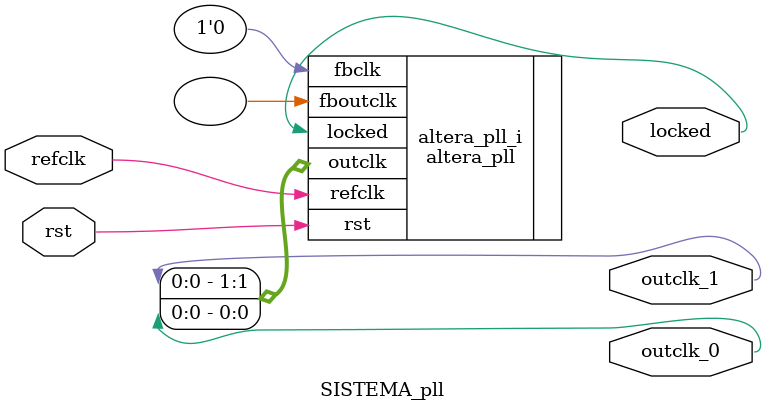
<source format=v>
`timescale 1ns/10ps
module  SISTEMA_pll(

	// interface 'refclk'
	input wire refclk,

	// interface 'reset'
	input wire rst,

	// interface 'outclk0'
	output wire outclk_0,

	// interface 'outclk1'
	output wire outclk_1,

	// interface 'locked'
	output wire locked
);

	altera_pll #(
		.fractional_vco_multiplier("false"),
		.reference_clock_frequency("50.0 MHz"),
		.operation_mode("direct"),
		.number_of_clocks(2),
		.output_clock_frequency0("50.000000 MHz"),
		.phase_shift0("-3750 ps"),
		.duty_cycle0(50),
		.output_clock_frequency1("50.000000 MHz"),
		.phase_shift1("0 ps"),
		.duty_cycle1(50),
		.output_clock_frequency2("0 MHz"),
		.phase_shift2("0 ps"),
		.duty_cycle2(50),
		.output_clock_frequency3("0 MHz"),
		.phase_shift3("0 ps"),
		.duty_cycle3(50),
		.output_clock_frequency4("0 MHz"),
		.phase_shift4("0 ps"),
		.duty_cycle4(50),
		.output_clock_frequency5("0 MHz"),
		.phase_shift5("0 ps"),
		.duty_cycle5(50),
		.output_clock_frequency6("0 MHz"),
		.phase_shift6("0 ps"),
		.duty_cycle6(50),
		.output_clock_frequency7("0 MHz"),
		.phase_shift7("0 ps"),
		.duty_cycle7(50),
		.output_clock_frequency8("0 MHz"),
		.phase_shift8("0 ps"),
		.duty_cycle8(50),
		.output_clock_frequency9("0 MHz"),
		.phase_shift9("0 ps"),
		.duty_cycle9(50),
		.output_clock_frequency10("0 MHz"),
		.phase_shift10("0 ps"),
		.duty_cycle10(50),
		.output_clock_frequency11("0 MHz"),
		.phase_shift11("0 ps"),
		.duty_cycle11(50),
		.output_clock_frequency12("0 MHz"),
		.phase_shift12("0 ps"),
		.duty_cycle12(50),
		.output_clock_frequency13("0 MHz"),
		.phase_shift13("0 ps"),
		.duty_cycle13(50),
		.output_clock_frequency14("0 MHz"),
		.phase_shift14("0 ps"),
		.duty_cycle14(50),
		.output_clock_frequency15("0 MHz"),
		.phase_shift15("0 ps"),
		.duty_cycle15(50),
		.output_clock_frequency16("0 MHz"),
		.phase_shift16("0 ps"),
		.duty_cycle16(50),
		.output_clock_frequency17("0 MHz"),
		.phase_shift17("0 ps"),
		.duty_cycle17(50),
		.pll_type("General"),
		.pll_subtype("General")
	) altera_pll_i (
		.rst	(rst),
		.outclk	({outclk_1, outclk_0}),
		.locked	(locked),
		.fboutclk	( ),
		.fbclk	(1'b0),
		.refclk	(refclk)
	);
endmodule


</source>
